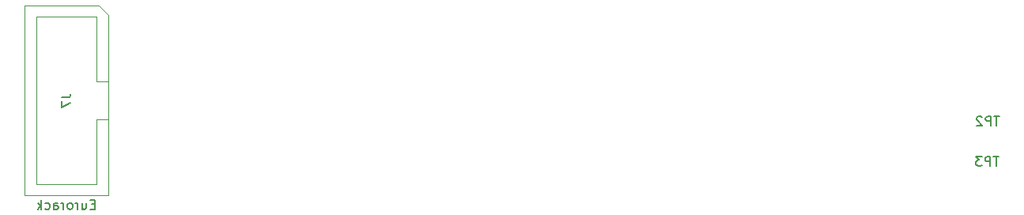
<source format=gbr>
%TF.GenerationSoftware,KiCad,Pcbnew,7.0.2*%
%TF.CreationDate,2023-07-16T23:26:32-06:00*%
%TF.ProjectId,dc31,64633331-2e6b-4696-9361-645f70636258,rev?*%
%TF.SameCoordinates,Original*%
%TF.FileFunction,AssemblyDrawing,Bot*%
%FSLAX46Y46*%
G04 Gerber Fmt 4.6, Leading zero omitted, Abs format (unit mm)*
G04 Created by KiCad (PCBNEW 7.0.2) date 2023-07-16 23:26:32*
%MOMM*%
%LPD*%
G01*
G04 APERTURE LIST*
%ADD10C,0.150000*%
%ADD11C,0.100000*%
G04 APERTURE END LIST*
D10*
%TO.C,J7*%
X107341609Y-133902409D02*
X107008276Y-133902409D01*
X106865419Y-134426219D02*
X107341609Y-134426219D01*
X107341609Y-134426219D02*
X107341609Y-133426219D01*
X107341609Y-133426219D02*
X106865419Y-133426219D01*
X106008276Y-133759552D02*
X106008276Y-134426219D01*
X106436847Y-133759552D02*
X106436847Y-134283361D01*
X106436847Y-134283361D02*
X106389228Y-134378600D01*
X106389228Y-134378600D02*
X106293990Y-134426219D01*
X106293990Y-134426219D02*
X106151133Y-134426219D01*
X106151133Y-134426219D02*
X106055895Y-134378600D01*
X106055895Y-134378600D02*
X106008276Y-134330980D01*
X105532085Y-134426219D02*
X105532085Y-133759552D01*
X105532085Y-133950028D02*
X105484466Y-133854790D01*
X105484466Y-133854790D02*
X105436847Y-133807171D01*
X105436847Y-133807171D02*
X105341609Y-133759552D01*
X105341609Y-133759552D02*
X105246371Y-133759552D01*
X104770180Y-134426219D02*
X104865418Y-134378600D01*
X104865418Y-134378600D02*
X104913037Y-134330980D01*
X104913037Y-134330980D02*
X104960656Y-134235742D01*
X104960656Y-134235742D02*
X104960656Y-133950028D01*
X104960656Y-133950028D02*
X104913037Y-133854790D01*
X104913037Y-133854790D02*
X104865418Y-133807171D01*
X104865418Y-133807171D02*
X104770180Y-133759552D01*
X104770180Y-133759552D02*
X104627323Y-133759552D01*
X104627323Y-133759552D02*
X104532085Y-133807171D01*
X104532085Y-133807171D02*
X104484466Y-133854790D01*
X104484466Y-133854790D02*
X104436847Y-133950028D01*
X104436847Y-133950028D02*
X104436847Y-134235742D01*
X104436847Y-134235742D02*
X104484466Y-134330980D01*
X104484466Y-134330980D02*
X104532085Y-134378600D01*
X104532085Y-134378600D02*
X104627323Y-134426219D01*
X104627323Y-134426219D02*
X104770180Y-134426219D01*
X104008275Y-134426219D02*
X104008275Y-133759552D01*
X104008275Y-133950028D02*
X103960656Y-133854790D01*
X103960656Y-133854790D02*
X103913037Y-133807171D01*
X103913037Y-133807171D02*
X103817799Y-133759552D01*
X103817799Y-133759552D02*
X103722561Y-133759552D01*
X102960656Y-134426219D02*
X102960656Y-133902409D01*
X102960656Y-133902409D02*
X103008275Y-133807171D01*
X103008275Y-133807171D02*
X103103513Y-133759552D01*
X103103513Y-133759552D02*
X103293989Y-133759552D01*
X103293989Y-133759552D02*
X103389227Y-133807171D01*
X102960656Y-134378600D02*
X103055894Y-134426219D01*
X103055894Y-134426219D02*
X103293989Y-134426219D01*
X103293989Y-134426219D02*
X103389227Y-134378600D01*
X103389227Y-134378600D02*
X103436846Y-134283361D01*
X103436846Y-134283361D02*
X103436846Y-134188123D01*
X103436846Y-134188123D02*
X103389227Y-134092885D01*
X103389227Y-134092885D02*
X103293989Y-134045266D01*
X103293989Y-134045266D02*
X103055894Y-134045266D01*
X103055894Y-134045266D02*
X102960656Y-133997647D01*
X102055894Y-134378600D02*
X102151132Y-134426219D01*
X102151132Y-134426219D02*
X102341608Y-134426219D01*
X102341608Y-134426219D02*
X102436846Y-134378600D01*
X102436846Y-134378600D02*
X102484465Y-134330980D01*
X102484465Y-134330980D02*
X102532084Y-134235742D01*
X102532084Y-134235742D02*
X102532084Y-133950028D01*
X102532084Y-133950028D02*
X102484465Y-133854790D01*
X102484465Y-133854790D02*
X102436846Y-133807171D01*
X102436846Y-133807171D02*
X102341608Y-133759552D01*
X102341608Y-133759552D02*
X102151132Y-133759552D01*
X102151132Y-133759552D02*
X102055894Y-133807171D01*
X101627322Y-134426219D02*
X101627322Y-133426219D01*
X101532084Y-134045266D02*
X101246370Y-134426219D01*
X101246370Y-133759552D02*
X101627322Y-134140504D01*
X103780419Y-122450266D02*
X104494704Y-122450266D01*
X104494704Y-122450266D02*
X104637561Y-122402647D01*
X104637561Y-122402647D02*
X104732800Y-122307409D01*
X104732800Y-122307409D02*
X104780419Y-122164552D01*
X104780419Y-122164552D02*
X104780419Y-122069314D01*
X103780419Y-122831219D02*
X103780419Y-123497885D01*
X103780419Y-123497885D02*
X104780419Y-123069314D01*
%TO.C,TP2*%
X204211904Y-124492619D02*
X203640476Y-124492619D01*
X203926190Y-125492619D02*
X203926190Y-124492619D01*
X203307142Y-125492619D02*
X203307142Y-124492619D01*
X203307142Y-124492619D02*
X202926190Y-124492619D01*
X202926190Y-124492619D02*
X202830952Y-124540238D01*
X202830952Y-124540238D02*
X202783333Y-124587857D01*
X202783333Y-124587857D02*
X202735714Y-124683095D01*
X202735714Y-124683095D02*
X202735714Y-124825952D01*
X202735714Y-124825952D02*
X202783333Y-124921190D01*
X202783333Y-124921190D02*
X202830952Y-124968809D01*
X202830952Y-124968809D02*
X202926190Y-125016428D01*
X202926190Y-125016428D02*
X203307142Y-125016428D01*
X202354761Y-124587857D02*
X202307142Y-124540238D01*
X202307142Y-124540238D02*
X202211904Y-124492619D01*
X202211904Y-124492619D02*
X201973809Y-124492619D01*
X201973809Y-124492619D02*
X201878571Y-124540238D01*
X201878571Y-124540238D02*
X201830952Y-124587857D01*
X201830952Y-124587857D02*
X201783333Y-124683095D01*
X201783333Y-124683095D02*
X201783333Y-124778333D01*
X201783333Y-124778333D02*
X201830952Y-124921190D01*
X201830952Y-124921190D02*
X202402380Y-125492619D01*
X202402380Y-125492619D02*
X201783333Y-125492619D01*
%TO.C,TP3*%
X204151904Y-128782619D02*
X203580476Y-128782619D01*
X203866190Y-129782619D02*
X203866190Y-128782619D01*
X203247142Y-129782619D02*
X203247142Y-128782619D01*
X203247142Y-128782619D02*
X202866190Y-128782619D01*
X202866190Y-128782619D02*
X202770952Y-128830238D01*
X202770952Y-128830238D02*
X202723333Y-128877857D01*
X202723333Y-128877857D02*
X202675714Y-128973095D01*
X202675714Y-128973095D02*
X202675714Y-129115952D01*
X202675714Y-129115952D02*
X202723333Y-129211190D01*
X202723333Y-129211190D02*
X202770952Y-129258809D01*
X202770952Y-129258809D02*
X202866190Y-129306428D01*
X202866190Y-129306428D02*
X203247142Y-129306428D01*
X202342380Y-128782619D02*
X201723333Y-128782619D01*
X201723333Y-128782619D02*
X202056666Y-129163571D01*
X202056666Y-129163571D02*
X201913809Y-129163571D01*
X201913809Y-129163571D02*
X201818571Y-129211190D01*
X201818571Y-129211190D02*
X201770952Y-129258809D01*
X201770952Y-129258809D02*
X201723333Y-129354047D01*
X201723333Y-129354047D02*
X201723333Y-129592142D01*
X201723333Y-129592142D02*
X201770952Y-129687380D01*
X201770952Y-129687380D02*
X201818571Y-129735000D01*
X201818571Y-129735000D02*
X201913809Y-129782619D01*
X201913809Y-129782619D02*
X202199523Y-129782619D01*
X202199523Y-129782619D02*
X202294761Y-129735000D01*
X202294761Y-129735000D02*
X202342380Y-129687380D01*
D11*
%TO.C,J7*%
X108767800Y-132963600D02*
X108767800Y-113603600D01*
X108767800Y-120733600D02*
X107567800Y-120733600D01*
X108767800Y-113603600D02*
X107767800Y-112603600D01*
X107767800Y-112603600D02*
X99867800Y-112603600D01*
X107567800Y-131773600D02*
X107567800Y-124833600D01*
X107567800Y-124833600D02*
X108767800Y-124833600D01*
X107567800Y-124833600D02*
X107567800Y-124833600D01*
X107567800Y-120733600D02*
X107567800Y-113793600D01*
X107567800Y-113793600D02*
X101067800Y-113793600D01*
X101067800Y-131773600D02*
X107567800Y-131773600D01*
X101067800Y-113793600D02*
X101067800Y-131773600D01*
X99867800Y-132963600D02*
X108767800Y-132963600D01*
X99867800Y-112603600D02*
X99867800Y-132963600D01*
%TD*%
M02*

</source>
